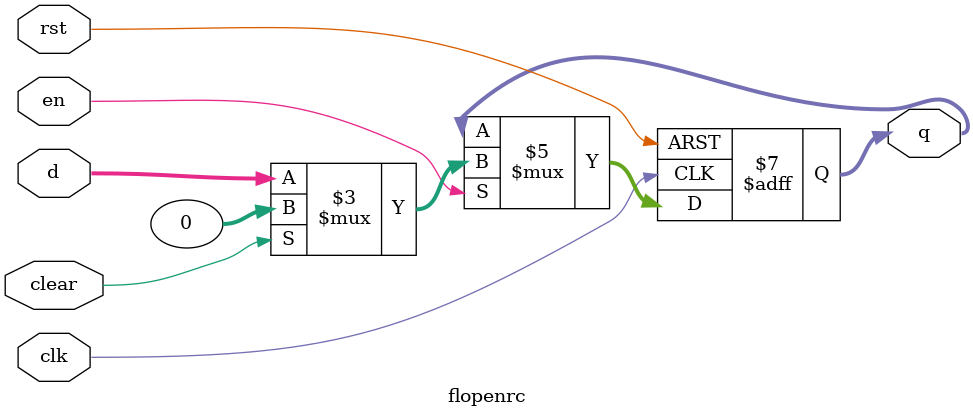
<source format=v>
`timescale 1ns / 1ps

module flopenrc #(parameter WIDTH = 32)(
	input wire clk,rst,en,clear,
	input wire[WIDTH-1:0] d,
	output reg[WIDTH-1:0] q
    );

	always @(posedge clk,posedge rst) begin
		if(rst)
			q <= 0;
		else if (en) begin
			if(clear)
				q <= 0;
			else
				q <= d;
		end
		// 	q <= d;
		// else if (clear)
		// 	q <= 0;
	end
endmodule

</source>
